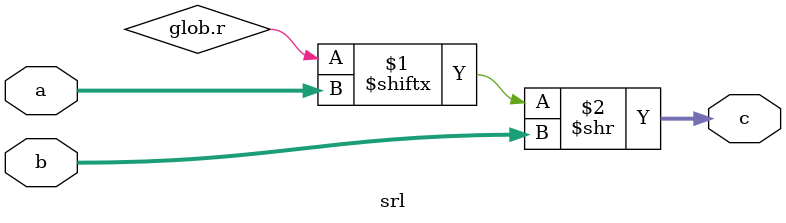
<source format=v>
module srl(
	input [4:0] a,
	input [4:0] b,
	output [31:0] c
);
assign c = glob.r[a] >> b;
endmodule
</source>
